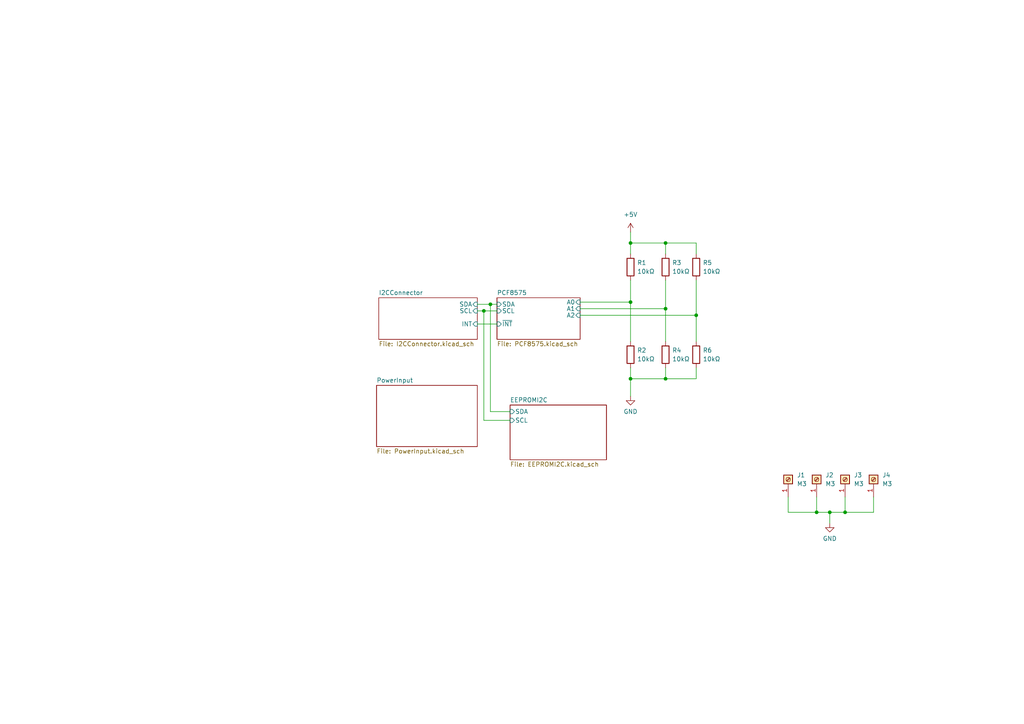
<source format=kicad_sch>
(kicad_sch (version 20230121) (generator eeschema)
  (paper "A4")
  (lib_symbols
    (symbol "Connector:Screw_Terminal_01x01" (pin_names (offset 1.016) hide)
      (property "Reference" "J" (at 0 2.54 0))
      (property "Value" "Screw_Terminal_01x01" (at 0 -2.54 0))
      (symbol "Screw_Terminal_01x01_1_1"
        (rectangle (start -1.27 1.27) (end 1.27 -1.27) (stroke (width 0.254)) (fill (type background)))
        (polyline (pts (xy -0.5334 0.3302) (xy 0.3302 -0.508)) (stroke (width 0.1524)))
        (polyline (pts (xy -0.3556 0.508) (xy 0.508 -0.3302)) (stroke (width 0.1524)))
        (circle (center 0 0) (radius 0.635) (stroke (width 0.1524)))
        (pin passive line (at -5.08 0 0) (length 3.81) (name "Pin_1") (number "1"))
      )
    )
    (symbol "Device:R" (pin_numbers hide) (pin_names (offset 0))
      (property "Reference" "R" (at 2.032 0 90))
      (property "Value" "R" (at 0 0 90))
      (symbol "R_0_1"
        (rectangle (start -1.016 -2.54) (end 1.016 2.54) (stroke (width 0.254)))
      )
      (symbol "R_1_1"
        (pin passive line (at 0 3.81 270) (length 1.27) (name "~") (number "1"))
        (pin passive line (at 0 -3.81 90) (length 1.27) (name "~") (number "2"))
      )
    )
    (symbol "power:+5V" (power) (pin_names (offset 0))
      (property "Value" "+5V" (at 0 3.556 0))
      (symbol "+5V_0_1"
        (polyline (pts (xy -0.762 1.27) (xy 0 2.54)))
        (polyline (pts (xy 0 0) (xy 0 2.54)))
        (polyline (pts (xy 0 2.54) (xy 0.762 1.27)))
      )
      (symbol "+5V_1_1"
        (pin power_in line (at 0 0 90) (length 0) hide (name "+5V") (number "1"))
      )
    )
    (symbol "power:GND" (power) (pin_names (offset 0))
      (property "Value" "GND" (at 0 -3.81 0))
      (symbol "GND_0_1"
        (polyline (pts (xy 0 0) (xy 0 -1.27) (xy 1.27 -1.27) (xy 0 -2.54) (xy -1.27 -1.27) (xy 0 -1.27)))
      )
      (symbol "GND_1_1"
        (pin power_in line (at 0 0 270) (length 0) hide (name "GND") (number "1"))
      )
    )
  )
  (junction (at 201.93 91.44))
  (junction (at 193.04 89.535))
  (junction (at 236.855 148.59))
  (junction (at 240.665 148.59))
  (junction (at 182.88 87.63))
  (junction (at 142.24 88.265))
  (junction (at 245.11 148.59))
  (junction (at 140.335 90.17))
  (junction (at 182.88 109.855))
  (junction (at 193.04 109.855))
  (junction (at 182.88 70.485))
  (junction (at 193.04 70.485))
  (wire (pts (xy 140.335 90.17) (xy 140.335 121.92)))
  (wire (pts (xy 168.275 87.63) (xy 182.88 87.63)))
  (wire (pts (xy 236.855 144.145) (xy 236.855 148.59)))
  (wire (pts (xy 201.93 70.485) (xy 201.93 73.66)))
  (wire (pts (xy 142.24 119.38) (xy 147.955 119.38)))
  (wire (pts (xy 182.88 109.855) (xy 193.04 109.855)))
  (wire (pts (xy 228.6 144.145) (xy 228.6 148.59)))
  (wire (pts (xy 193.04 109.855) (xy 193.04 106.68)))
  (wire (pts (xy 142.24 88.265) (xy 142.24 119.38)))
  (wire (pts (xy 240.665 148.59) (xy 240.665 151.765)))
  (wire (pts (xy 182.88 87.63) (xy 182.88 81.28)))
  (wire (pts (xy 140.335 90.17) (xy 144.145 90.17)))
  (wire (pts (xy 245.11 148.59) (xy 253.365 148.59)))
  (wire (pts (xy 140.335 121.92) (xy 147.955 121.92)))
  (wire (pts (xy 253.365 148.59) (xy 253.365 144.145)))
  (wire (pts (xy 182.88 67.31) (xy 182.88 70.485)))
  (wire (pts (xy 182.88 109.855) (xy 182.88 114.935)))
  (wire (pts (xy 245.11 148.59) (xy 245.11 144.145)))
  (wire (pts (xy 182.88 70.485) (xy 193.04 70.485)))
  (wire (pts (xy 182.88 87.63) (xy 182.88 99.06)))
  (wire (pts (xy 168.275 89.535) (xy 193.04 89.535)))
  (wire (pts (xy 193.04 70.485) (xy 193.04 73.66)))
  (wire (pts (xy 236.855 148.59) (xy 240.665 148.59)))
  (wire (pts (xy 138.43 90.17) (xy 140.335 90.17)))
  (wire (pts (xy 182.88 106.68) (xy 182.88 109.855)))
  (wire (pts (xy 138.43 88.265) (xy 142.24 88.265)))
  (wire (pts (xy 182.88 70.485) (xy 182.88 73.66)))
  (wire (pts (xy 201.93 91.44) (xy 201.93 99.06)))
  (wire (pts (xy 228.6 148.59) (xy 236.855 148.59)))
  (wire (pts (xy 142.24 88.265) (xy 144.145 88.265)))
  (wire (pts (xy 201.93 81.28) (xy 201.93 91.44)))
  (wire (pts (xy 201.93 109.855) (xy 201.93 106.68)))
  (wire (pts (xy 193.04 89.535) (xy 193.04 99.06)))
  (wire (pts (xy 193.04 81.28) (xy 193.04 89.535)))
  (wire (pts (xy 193.04 109.855) (xy 201.93 109.855)))
  (wire (pts (xy 193.04 70.485) (xy 201.93 70.485)))
  (wire (pts (xy 138.43 93.98) (xy 144.145 93.98)))
  (wire (pts (xy 168.275 91.44) (xy 201.93 91.44)))
  (wire (pts (xy 240.665 148.59) (xy 245.11 148.59)))
  (symbol (lib_id "Device:R") (at 193.04 102.87 0) (unit 1)
    (property "Reference" "R4" (at 194.945 101.6 0) (effects (justify left)))
    (property "Value" "10kΩ" (at 194.945 104.14 0) (effects (justify left)))
    (property "Footprint" "Resistor_SMD:R_0805_2012Metric" (effects hide))
  )
  (symbol (lib_id "Device:R") (at 201.93 102.87 0) (unit 1)
    (property "Reference" "R6" (at 203.835 101.6 0) (effects (justify left)))
    (property "Value" "10kΩ" (at 203.835 104.14 0) (effects (justify left)))
    (property "Footprint" "Resistor_SMD:R_0805_2012Metric" (effects hide))
  )
  (symbol (lib_id "Connector:Screw_Terminal_01x01") (at 245.11 139.065 90) (unit 1)
    (property "Reference" "J3" (at 247.65 137.795 90) (effects (justify right)))
    (property "Value" "M3" (at 247.65 140.335 90) (effects (justify right)))
    (property "Footprint" "MountingHole:MountingHole_3.2mm_M3_DIN965_Pad" (effects hide))
  )
  (symbol (lib_id "Device:R") (at 201.93 77.47 0) (unit 1)
    (property "Reference" "R5" (at 203.835 76.2 0) (effects (justify left)))
    (property "Value" "10kΩ" (at 203.835 78.74 0) (effects (justify left)))
    (property "Footprint" "Resistor_SMD:R_0805_2012Metric" (effects hide))
  )
  (symbol (lib_id "Connector:Screw_Terminal_01x01") (at 228.6 139.065 90) (unit 1)
    (property "Reference" "J1" (at 231.14 137.795 90) (effects (justify right)))
    (property "Value" "M3" (at 231.14 140.335 90) (effects (justify right)))
    (property "Footprint" "MountingHole:MountingHole_3.2mm_M3_DIN965_Pad" (effects hide))
  )
  (symbol (lib_id "Device:R") (at 193.04 77.47 0) (unit 1)
    (property "Reference" "R3" (at 194.945 76.2 0) (effects (justify left)))
    (property "Value" "10kΩ" (at 194.945 78.74 0) (effects (justify left)))
    (property "Footprint" "Resistor_SMD:R_0805_2012Metric" (effects hide))
  )
  (symbol (lib_id "power:GND") (at 240.665 151.765 0) (unit 1)
    (property "Reference" "#PWR03" (effects hide))
    (property "Value" "GND" (at 240.665 156.21 0))
  )
  (symbol (lib_id "Connector:Screw_Terminal_01x01") (at 253.365 139.065 90) (unit 1)
    (property "Reference" "J4" (at 255.905 137.795 90) (effects (justify right)))
    (property "Value" "M3" (at 255.905 140.335 90) (effects (justify right)))
    (property "Footprint" "MountingHole:MountingHole_3.2mm_M3_DIN965_Pad" (effects hide))
  )
  (symbol (lib_id "Device:R") (at 182.88 77.47 0) (unit 1)
    (property "Reference" "R1" (at 184.785 76.2 0) (effects (justify left)))
    (property "Value" "10kΩ" (at 184.785 78.74 0) (effects (justify left)))
    (property "Footprint" "Resistor_SMD:R_0805_2012Metric" (effects hide))
  )
  (symbol (lib_id "power:+5V") (at 182.88 67.31 0) (unit 1)
    (property "Reference" "#PWR01" (effects hide))
    (property "Value" "+5V" (at 182.88 62.23 0))
  )
  (symbol (lib_id "Connector:Screw_Terminal_01x01") (at 236.855 139.065 90) (unit 1)
    (property "Reference" "J2" (at 239.395 137.795 90) (effects (justify right)))
    (property "Value" "M3" (at 239.395 140.335 90) (effects (justify right)))
    (property "Footprint" "MountingHole:MountingHole_3.2mm_M3_DIN965_Pad" (effects hide))
  )
  (symbol (lib_id "power:GND") (at 182.88 114.935 0) (unit 1)
    (property "Reference" "#PWR02" (effects hide))
    (property "Value" "GND" (at 182.88 119.38 0))
  )
  (symbol (lib_id "Device:R") (at 182.88 102.87 0) (unit 1)
    (property "Reference" "R2" (at 184.785 101.6 0) (effects (justify left)))
    (property "Value" "10kΩ" (at 184.785 104.14 0) (effects (justify left)))
    (property "Footprint" "Resistor_SMD:R_0805_2012Metric" (effects hide))
  )
  (sheet (at 144.145 86.36) (size 24.13 12.065) (stroke (width 0.1524))
    (property "Sheetname" "PCF8575" (at 144.145 85.6484 0) (effects (justify left bottom)))
    (property "Sheetfile" "PCF8575.kicad_sch" (at 144.145 99.0096 0) (effects (justify left top)))
    (pin "SDA" input (at 144.145 88.265 180))
    (pin "SCL" input (at 144.145 90.17 180))
    (pin "A0" input (at 168.275 87.63 0))
    (pin "A1" input (at 168.275 89.535 0))
    (pin "A2" input (at 168.275 91.44 0))
    (pin "~{INT}" input (at 144.145 93.98 180))
  )
  (sheet (at 109.22 111.76) (size 29.21 17.78) (stroke (width 0.1524))
    (property "Sheetname" "PowerInput" (at 109.22 111.0484 0) (effects (justify left bottom)))
    (property "Sheetfile" "PowerInput.kicad_sch" (at 109.22 130.1246 0) (effects (justify left top)))
  )
  (sheet (at 109.855 86.36) (size 28.575 12.065) (stroke (width 0.1524))
    (property "Sheetname" "I2CConnector" (at 109.855 85.6484 0) (effects (justify left bottom)))
    (property "Sheetfile" "I2CConnector.kicad_sch" (at 109.855 99.0096 0) (effects (justify left top)))
    (pin "INT" input (at 138.43 93.98 0))
    (pin "SCL" input (at 138.43 90.17 0))
    (pin "SDA" input (at 138.43 88.265 0))
  )
  (sheet (at 147.955 117.475) (size 27.94 15.875) (stroke (width 0.1524))
    (property "Sheetname" "EEPROMI2C" (at 147.955 116.7634 0) (effects (justify left bottom)))
    (property "Sheetfile" "EEPROMI2C.kicad_sch" (at 147.955 133.9346 0) (effects (justify left top)))
    (pin "SDA" input (at 147.955 119.38 180))
    (pin "SCL" input (at 147.955 121.92 180))
  )
)
</source>
